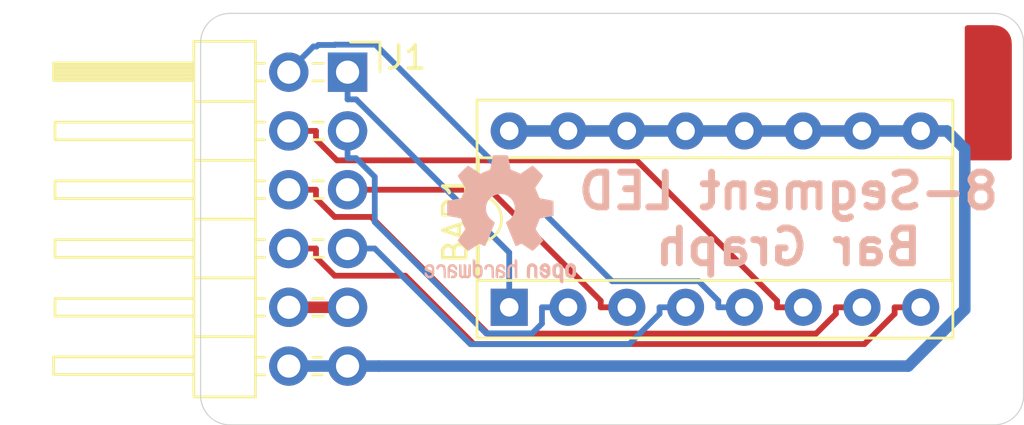
<source format=kicad_pcb>
(kicad_pcb (version 20190907) (host pcbnew "5.99.0-unknown-r17121-d4cea0f2")

  (general
    (thickness 1.6)
    (drawings 10)
    (tracks 75)
    (modules 3)
    (nets 11)
  )

  (page "A4")
  (title_block
    (title "8 Segment Bar Graph PMOD")
    (date "2019-12-07")
    (rev "A")
    (company "Mobilinkd LLC")
  )

  (layers
    (0 "F.Cu" signal)
    (31 "B.Cu" signal)
    (32 "B.Adhes" user)
    (33 "F.Adhes" user)
    (34 "B.Paste" user)
    (35 "F.Paste" user)
    (36 "B.SilkS" user)
    (37 "F.SilkS" user)
    (38 "B.Mask" user)
    (39 "F.Mask" user)
    (40 "Dwgs.User" user)
    (41 "Cmts.User" user)
    (42 "Eco1.User" user)
    (43 "Eco2.User" user)
    (44 "Edge.Cuts" user)
    (45 "Margin" user)
    (46 "B.CrtYd" user)
    (47 "F.CrtYd" user)
    (48 "B.Fab" user)
    (49 "F.Fab" user)
  )

  (setup
    (stackup
      (layer "F.SilkS" (type "Top Silk Screen"))
      (layer "F.Paste" (type "Top Solder Paste"))
      (layer "F.Mask" (type "Top Solder Mask") (color "Green") (thickness 0.01))
      (layer "F.Cu" (type "copper") (thickness 0.035))
      (layer "dielectric 1" (type "core") (thickness 1.51) (material "FR4") (epsilon_r 4.5) (loss_tangent 0.02))
      (layer "B.Cu" (type "copper") (thickness 0.035))
      (layer "B.Mask" (type "Bottom Solder Mask") (color "Green") (thickness 0.01))
      (layer "B.Paste" (type "Bottom Solder Paste"))
      (layer "B.SilkS" (type "Bottom Silk Screen"))
      (copper_finish "None")
      (dielectric_constraints no)
    )
    (last_trace_width 0.25)
    (trace_clearance 0.2)
    (zone_clearance 0.508)
    (zone_45_only no)
    (trace_min 0.2)
    (via_size 0.8)
    (via_drill 0.4)
    (via_min_size 0.4)
    (via_min_drill 0.3)
    (uvia_size 0.3)
    (uvia_drill 0.1)
    (uvias_allowed no)
    (uvia_min_size 0.2)
    (uvia_min_drill 0.1)
    (max_error 0.005)
    (defaults
      (edge_clearance 0.01)
      (edge_cuts_line_width 0.05)
      (courtyard_line_width 0.05)
      (copper_line_width 0.2)
      (copper_text_dims (size 1.5 1.5) (thickness 0.3))
      (silk_line_width 0.12)
      (silk_text_dims (size 1 1) (thickness 0.15))
      (other_layers_line_width 0.1)
      (other_layers_text_dims (size 1 1) (thickness 0.15))
    )
    (pad_size 1.524 1.524)
    (pad_drill 0.762)
    (pad_to_mask_clearance 0.051)
    (solder_mask_min_width 0.25)
    (aux_axis_origin 0 0)
    (visible_elements FFFFFF7F)
    (pcbplotparams
      (layerselection 0x010f0_ffffffff)
      (usegerberextensions false)
      (usegerberattributes false)
      (usegerberadvancedattributes false)
      (creategerberjobfile false)
      (excludeedgelayer true)
      (linewidth 0.100000)
      (plotframeref false)
      (viasonmask false)
      (mode 1)
      (useauxorigin false)
      (hpglpennumber 1)
      (hpglpenspeed 20)
      (hpglpendiameter 15.000000)
      (psnegative false)
      (psa4output false)
      (plotreference true)
      (plotvalue true)
      (plotinvisibletext false)
      (padsonsilk false)
      (subtractmaskfromsilk false)
      (outputformat 1)
      (mirror false)
      (drillshape 0)
      (scaleselection 1)
      (outputdirectory "Gerbers")
    )
  )

  (net 0 "")
  (net 1 "+3V3")
  (net 2 "Net-(BAR1-Pad8)")
  (net 3 "Net-(BAR1-Pad7)")
  (net 4 "Net-(BAR1-Pad6)")
  (net 5 "Net-(BAR1-Pad5)")
  (net 6 "Net-(BAR1-Pad4)")
  (net 7 "Net-(BAR1-Pad3)")
  (net 8 "Net-(BAR1-Pad2)")
  (net 9 "Net-(BAR1-Pad1)")
  (net 10 "GND")

  (net_class "Default" "This is the default net class."
    (clearance 0.2)
    (trace_width 0.25)
    (via_dia 0.8)
    (via_drill 0.4)
    (uvia_dia 0.3)
    (uvia_drill 0.1)
    (add_net "Net-(BAR1-Pad1)")
    (add_net "Net-(BAR1-Pad2)")
    (add_net "Net-(BAR1-Pad3)")
    (add_net "Net-(BAR1-Pad4)")
    (add_net "Net-(BAR1-Pad5)")
    (add_net "Net-(BAR1-Pad6)")
    (add_net "Net-(BAR1-Pad7)")
    (add_net "Net-(BAR1-Pad8)")
  )

  (net_class "POWER" ""
    (clearance 0.3)
    (trace_width 0.5)
    (via_dia 0.8)
    (via_drill 0.4)
    (uvia_dia 0.3)
    (uvia_drill 0.1)
    (add_net "+3V3")
    (add_net "GND")
  )

  (module "Symbol:OSHW-Logo2_7.3x6mm_SilkScreen" (layer "B.Cu") (tedit 0) (tstamp 5DECA3D7)
    (at 123.444 91.44 180)
    (descr "Open Source Hardware Symbol")
    (tags "Logo Symbol OSHW")
    (attr virtual)
    (fp_text reference "REF**" (at 0 0) (layer "B.SilkS") hide
      (effects (font (size 1 1) (thickness 0.15)) (justify mirror))
    )
    (fp_text value "OSHW-Logo2_7.3x6mm_SilkScreen" (at 0.75 0) (layer "B.Fab") hide
      (effects (font (size 1 1) (thickness 0.15)) (justify mirror))
    )
    (fp_poly (pts (xy -2.400256 -1.919918) (xy -2.344799 -1.947568) (xy -2.295852 -1.99848) (xy -2.282371 -2.017338)
      (xy -2.267686 -2.042015) (xy -2.258158 -2.068816) (xy -2.252707 -2.104587) (xy -2.250253 -2.156169)
      (xy -2.249714 -2.224267) (xy -2.252148 -2.317588) (xy -2.260606 -2.387657) (xy -2.276826 -2.439931)
      (xy -2.302546 -2.479869) (xy -2.339503 -2.512929) (xy -2.342218 -2.514886) (xy -2.37864 -2.534908)
      (xy -2.422498 -2.544815) (xy -2.478276 -2.547257) (xy -2.568952 -2.547257) (xy -2.56899 -2.635283)
      (xy -2.569834 -2.684308) (xy -2.574976 -2.713065) (xy -2.588413 -2.730311) (xy -2.614142 -2.744808)
      (xy -2.620321 -2.747769) (xy -2.649236 -2.761648) (xy -2.671624 -2.770414) (xy -2.688271 -2.771171)
      (xy -2.699964 -2.761023) (xy -2.70749 -2.737073) (xy -2.711634 -2.696426) (xy -2.713185 -2.636186)
      (xy -2.712929 -2.553455) (xy -2.711651 -2.445339) (xy -2.711252 -2.413) (xy -2.709815 -2.301524)
      (xy -2.708528 -2.228603) (xy -2.569029 -2.228603) (xy -2.568245 -2.290499) (xy -2.56476 -2.330997)
      (xy -2.556876 -2.357708) (xy -2.542895 -2.378244) (xy -2.533403 -2.38826) (xy -2.494596 -2.417567)
      (xy -2.460237 -2.419952) (xy -2.424784 -2.39575) (xy -2.423886 -2.394857) (xy -2.409461 -2.376153)
      (xy -2.400687 -2.350732) (xy -2.396261 -2.311584) (xy -2.394882 -2.251697) (xy -2.394857 -2.23843)
      (xy -2.398188 -2.155901) (xy -2.409031 -2.098691) (xy -2.42866 -2.063766) (xy -2.45835 -2.048094)
      (xy -2.475509 -2.046514) (xy -2.516234 -2.053926) (xy -2.544168 -2.07833) (xy -2.560983 -2.12298)
      (xy -2.56835 -2.19113) (xy -2.569029 -2.228603) (xy -2.708528 -2.228603) (xy -2.708292 -2.215245)
      (xy -2.706323 -2.150333) (xy -2.70355 -2.102958) (xy -2.699612 -2.06929) (xy -2.694151 -2.045498)
      (xy -2.686808 -2.027753) (xy -2.677223 -2.012224) (xy -2.673113 -2.006381) (xy -2.618595 -1.951185)
      (xy -2.549664 -1.91989) (xy -2.469928 -1.911165) (xy -2.400256 -1.919918)) (layer "B.SilkS") (width 0.01))
    (fp_poly (pts (xy -1.283907 -1.92778) (xy -1.237328 -1.954723) (xy -1.204943 -1.981466) (xy -1.181258 -2.009484)
      (xy -1.164941 -2.043748) (xy -1.154661 -2.089227) (xy -1.149086 -2.150892) (xy -1.146884 -2.233711)
      (xy -1.146629 -2.293246) (xy -1.146629 -2.512391) (xy -1.208314 -2.540044) (xy -1.27 -2.567697)
      (xy -1.277257 -2.32767) (xy -1.280256 -2.238028) (xy -1.283402 -2.172962) (xy -1.287299 -2.128026)
      (xy -1.292553 -2.09877) (xy -1.299769 -2.080748) (xy -1.30955 -2.069511) (xy -1.312688 -2.067079)
      (xy -1.360239 -2.048083) (xy -1.408303 -2.0556) (xy -1.436914 -2.075543) (xy -1.448553 -2.089675)
      (xy -1.456609 -2.10822) (xy -1.461729 -2.136334) (xy -1.464559 -2.179173) (xy -1.465744 -2.241895)
      (xy -1.465943 -2.307261) (xy -1.465982 -2.389268) (xy -1.467386 -2.447316) (xy -1.472086 -2.486465)
      (xy -1.482013 -2.51178) (xy -1.499097 -2.528323) (xy -1.525268 -2.541156) (xy -1.560225 -2.554491)
      (xy -1.598404 -2.569007) (xy -1.593859 -2.311389) (xy -1.592029 -2.218519) (xy -1.589888 -2.149889)
      (xy -1.586819 -2.100711) (xy -1.582206 -2.066198) (xy -1.575432 -2.041562) (xy -1.565881 -2.022016)
      (xy -1.554366 -2.00477) (xy -1.49881 -1.94968) (xy -1.43102 -1.917822) (xy -1.357287 -1.910191)
      (xy -1.283907 -1.92778)) (layer "B.SilkS") (width 0.01))
    (fp_poly (pts (xy -2.958885 -1.921962) (xy -2.890855 -1.957733) (xy -2.840649 -2.015301) (xy -2.822815 -2.052312)
      (xy -2.808937 -2.107882) (xy -2.801833 -2.178096) (xy -2.80116 -2.254727) (xy -2.806573 -2.329552)
      (xy -2.81773 -2.394342) (xy -2.834286 -2.440873) (xy -2.839374 -2.448887) (xy -2.899645 -2.508707)
      (xy -2.971231 -2.544535) (xy -3.048908 -2.55502) (xy -3.127452 -2.53881) (xy -3.149311 -2.529092)
      (xy -3.191878 -2.499143) (xy -3.229237 -2.459433) (xy -3.232768 -2.454397) (xy -3.247119 -2.430124)
      (xy -3.256606 -2.404178) (xy -3.26221 -2.370022) (xy -3.264914 -2.321119) (xy -3.265701 -2.250935)
      (xy -3.265714 -2.2352) (xy -3.265678 -2.230192) (xy -3.120571 -2.230192) (xy -3.119727 -2.29643)
      (xy -3.116404 -2.340386) (xy -3.109417 -2.368779) (xy -3.097584 -2.388325) (xy -3.091543 -2.394857)
      (xy -3.056814 -2.41968) (xy -3.023097 -2.418548) (xy -2.989005 -2.397016) (xy -2.968671 -2.374029)
      (xy -2.956629 -2.340478) (xy -2.949866 -2.287569) (xy -2.949402 -2.281399) (xy -2.948248 -2.185513)
      (xy -2.960312 -2.114299) (xy -2.98543 -2.068194) (xy -3.02344 -2.047635) (xy -3.037008 -2.046514)
      (xy -3.072636 -2.052152) (xy -3.097006 -2.071686) (xy -3.111907 -2.109042) (xy -3.119125 -2.16815)
      (xy -3.120571 -2.230192) (xy -3.265678 -2.230192) (xy -3.265174 -2.160413) (xy -3.262904 -2.108159)
      (xy -3.257932 -2.071949) (xy -3.249287 -2.045299) (xy -3.235995 -2.021722) (xy -3.233057 -2.017338)
      (xy -3.183687 -1.958249) (xy -3.129891 -1.923947) (xy -3.064398 -1.910331) (xy -3.042158 -1.909665)
      (xy -2.958885 -1.921962)) (layer "B.SilkS") (width 0.01))
    (fp_poly (pts (xy -1.831697 -1.931239) (xy -1.774473 -1.969735) (xy -1.730251 -2.025335) (xy -1.703833 -2.096086)
      (xy -1.69849 -2.148162) (xy -1.699097 -2.169893) (xy -1.704178 -2.186531) (xy -1.718145 -2.201437)
      (xy -1.745411 -2.217973) (xy -1.790388 -2.239498) (xy -1.857489 -2.269374) (xy -1.857829 -2.269524)
      (xy -1.919593 -2.297813) (xy -1.970241 -2.322933) (xy -2.004596 -2.342179) (xy -2.017482 -2.352848)
      (xy -2.017486 -2.352934) (xy -2.006128 -2.376166) (xy -1.979569 -2.401774) (xy -1.949077 -2.420221)
      (xy -1.93363 -2.423886) (xy -1.891485 -2.411212) (xy -1.855192 -2.379471) (xy -1.837483 -2.344572)
      (xy -1.820448 -2.318845) (xy -1.787078 -2.289546) (xy -1.747851 -2.264235) (xy -1.713244 -2.250471)
      (xy -1.706007 -2.249714) (xy -1.697861 -2.26216) (xy -1.69737 -2.293972) (xy -1.703357 -2.336866)
      (xy -1.714643 -2.382558) (xy -1.73005 -2.422761) (xy -1.730829 -2.424322) (xy -1.777196 -2.489062)
      (xy -1.837289 -2.533097) (xy -1.905535 -2.554711) (xy -1.976362 -2.552185) (xy -2.044196 -2.523804)
      (xy -2.047212 -2.521808) (xy -2.100573 -2.473448) (xy -2.13566 -2.410352) (xy -2.155078 -2.327387)
      (xy -2.157684 -2.304078) (xy -2.162299 -2.194055) (xy -2.156767 -2.142748) (xy -2.017486 -2.142748)
      (xy -2.015676 -2.174753) (xy -2.005778 -2.184093) (xy -1.981102 -2.177105) (xy -1.942205 -2.160587)
      (xy -1.898725 -2.139881) (xy -1.897644 -2.139333) (xy -1.860791 -2.119949) (xy -1.846 -2.107013)
      (xy -1.849647 -2.093451) (xy -1.865005 -2.075632) (xy -1.904077 -2.049845) (xy -1.946154 -2.04795)
      (xy -1.983897 -2.066717) (xy -2.009966 -2.102915) (xy -2.017486 -2.142748) (xy -2.156767 -2.142748)
      (xy -2.152806 -2.106027) (xy -2.12845 -2.036212) (xy -2.094544 -1.987302) (xy -2.033347 -1.937878)
      (xy -1.965937 -1.913359) (xy -1.89712 -1.911797) (xy -1.831697 -1.931239)) (layer "B.SilkS") (width 0.01))
    (fp_poly (pts (xy -0.624114 -1.851289) (xy -0.619861 -1.910613) (xy -0.614975 -1.945572) (xy -0.608205 -1.96082)
      (xy -0.598298 -1.961015) (xy -0.595086 -1.959195) (xy -0.552356 -1.946015) (xy -0.496773 -1.946785)
      (xy -0.440263 -1.960333) (xy -0.404918 -1.977861) (xy -0.368679 -2.005861) (xy -0.342187 -2.037549)
      (xy -0.324001 -2.077813) (xy -0.312678 -2.131543) (xy -0.306778 -2.203626) (xy -0.304857 -2.298951)
      (xy -0.304823 -2.317237) (xy -0.3048 -2.522646) (xy -0.350509 -2.53858) (xy -0.382973 -2.54942)
      (xy -0.400785 -2.554468) (xy -0.401309 -2.554514) (xy -0.403063 -2.540828) (xy -0.404556 -2.503076)
      (xy -0.405674 -2.446224) (xy -0.406303 -2.375234) (xy -0.4064 -2.332073) (xy -0.406602 -2.246973)
      (xy -0.407642 -2.185981) (xy -0.410169 -2.144177) (xy -0.414836 -2.116642) (xy -0.422293 -2.098456)
      (xy -0.433189 -2.084698) (xy -0.439993 -2.078073) (xy -0.486728 -2.051375) (xy -0.537728 -2.049375)
      (xy -0.583999 -2.071955) (xy -0.592556 -2.080107) (xy -0.605107 -2.095436) (xy -0.613812 -2.113618)
      (xy -0.619369 -2.139909) (xy -0.622474 -2.179562) (xy -0.623824 -2.237832) (xy -0.624114 -2.318173)
      (xy -0.624114 -2.522646) (xy -0.669823 -2.53858) (xy -0.702287 -2.54942) (xy -0.720099 -2.554468)
      (xy -0.720623 -2.554514) (xy -0.721963 -2.540623) (xy -0.723172 -2.501439) (xy -0.724199 -2.4407)
      (xy -0.724998 -2.362141) (xy -0.725519 -2.269498) (xy -0.725714 -2.166509) (xy -0.725714 -1.769342)
      (xy -0.678543 -1.749444) (xy -0.631371 -1.729547) (xy -0.624114 -1.851289)) (layer "B.SilkS") (width 0.01))
    (fp_poly (pts (xy 0.039744 -1.950968) (xy 0.096616 -1.972087) (xy 0.097267 -1.972493) (xy 0.13244 -1.99838)
      (xy 0.158407 -2.028633) (xy 0.17667 -2.068058) (xy 0.188732 -2.121462) (xy 0.196096 -2.193651)
      (xy 0.200264 -2.289432) (xy 0.200629 -2.303078) (xy 0.205876 -2.508842) (xy 0.161716 -2.531678)
      (xy 0.129763 -2.54711) (xy 0.11047 -2.554423) (xy 0.109578 -2.554514) (xy 0.106239 -2.541022)
      (xy 0.103587 -2.504626) (xy 0.101956 -2.451452) (xy 0.1016 -2.408393) (xy 0.101592 -2.338641)
      (xy 0.098403 -2.294837) (xy 0.087288 -2.273944) (xy 0.063501 -2.272925) (xy 0.022296 -2.288741)
      (xy -0.039914 -2.317815) (xy -0.085659 -2.341963) (xy -0.109187 -2.362913) (xy -0.116104 -2.385747)
      (xy -0.116114 -2.386877) (xy -0.104701 -2.426212) (xy -0.070908 -2.447462) (xy -0.019191 -2.450539)
      (xy 0.018061 -2.450006) (xy 0.037703 -2.460735) (xy 0.049952 -2.486505) (xy 0.057002 -2.519337)
      (xy 0.046842 -2.537966) (xy 0.043017 -2.540632) (xy 0.007001 -2.55134) (xy -0.043434 -2.552856)
      (xy -0.095374 -2.545759) (xy -0.132178 -2.532788) (xy -0.183062 -2.489585) (xy -0.211986 -2.429446)
      (xy -0.217714 -2.382462) (xy -0.213343 -2.340082) (xy -0.197525 -2.305488) (xy -0.166203 -2.274763)
      (xy -0.115322 -2.24399) (xy -0.040824 -2.209252) (xy -0.036286 -2.207288) (xy 0.030821 -2.176287)
      (xy 0.072232 -2.150862) (xy 0.089981 -2.128014) (xy 0.086107 -2.104745) (xy 0.062643 -2.078056)
      (xy 0.055627 -2.071914) (xy 0.00863 -2.0481) (xy -0.040067 -2.049103) (xy -0.082478 -2.072451)
      (xy -0.110616 -2.115675) (xy -0.113231 -2.12416) (xy -0.138692 -2.165308) (xy -0.170999 -2.185128)
      (xy -0.217714 -2.20477) (xy -0.217714 -2.15395) (xy -0.203504 -2.080082) (xy -0.161325 -2.012327)
      (xy -0.139376 -1.989661) (xy -0.089483 -1.960569) (xy -0.026033 -1.9474) (xy 0.039744 -1.950968)) (layer "B.SilkS") (width 0.01))
    (fp_poly (pts (xy 0.529926 -1.949755) (xy 0.595858 -1.974084) (xy 0.649273 -2.017117) (xy 0.670164 -2.047409)
      (xy 0.692939 -2.102994) (xy 0.692466 -2.143186) (xy 0.668562 -2.170217) (xy 0.659717 -2.174813)
      (xy 0.62153 -2.189144) (xy 0.602028 -2.185472) (xy 0.595422 -2.161407) (xy 0.595086 -2.148114)
      (xy 0.582992 -2.09921) (xy 0.551471 -2.064999) (xy 0.507659 -2.048476) (xy 0.458695 -2.052634)
      (xy 0.418894 -2.074227) (xy 0.40545 -2.086544) (xy 0.395921 -2.101487) (xy 0.389485 -2.124075)
      (xy 0.385317 -2.159328) (xy 0.382597 -2.212266) (xy 0.380502 -2.287907) (xy 0.37996 -2.311857)
      (xy 0.377981 -2.39379) (xy 0.375731 -2.451455) (xy 0.372357 -2.489608) (xy 0.367006 -2.513004)
      (xy 0.358824 -2.526398) (xy 0.346959 -2.534545) (xy 0.339362 -2.538144) (xy 0.307102 -2.550452)
      (xy 0.288111 -2.554514) (xy 0.281836 -2.540948) (xy 0.278006 -2.499934) (xy 0.2766 -2.430999)
      (xy 0.277598 -2.333669) (xy 0.277908 -2.318657) (xy 0.280101 -2.229859) (xy 0.282693 -2.165019)
      (xy 0.286382 -2.119067) (xy 0.291864 -2.086935) (xy 0.299835 -2.063553) (xy 0.310993 -2.043852)
      (xy 0.31683 -2.03541) (xy 0.350296 -1.998057) (xy 0.387727 -1.969003) (xy 0.392309 -1.966467)
      (xy 0.459426 -1.946443) (xy 0.529926 -1.949755)) (layer "B.SilkS") (width 0.01))
    (fp_poly (pts (xy 1.190117 -2.065358) (xy 1.189933 -2.173837) (xy 1.189219 -2.257287) (xy 1.187675 -2.319704)
      (xy 1.185001 -2.365085) (xy 1.180894 -2.397429) (xy 1.175055 -2.420733) (xy 1.167182 -2.438995)
      (xy 1.161221 -2.449418) (xy 1.111855 -2.505945) (xy 1.049264 -2.541377) (xy 0.980013 -2.55409)
      (xy 0.910668 -2.542463) (xy 0.869375 -2.521568) (xy 0.826025 -2.485422) (xy 0.796481 -2.441276)
      (xy 0.778655 -2.383462) (xy 0.770463 -2.306313) (xy 0.769302 -2.249714) (xy 0.769458 -2.245647)
      (xy 0.870857 -2.245647) (xy 0.871476 -2.31055) (xy 0.874314 -2.353514) (xy 0.88084 -2.381622)
      (xy 0.892523 -2.401953) (xy 0.906483 -2.417288) (xy 0.953365 -2.44689) (xy 1.003701 -2.449419)
      (xy 1.051276 -2.424705) (xy 1.054979 -2.421356) (xy 1.070783 -2.403935) (xy 1.080693 -2.383209)
      (xy 1.086058 -2.352362) (xy 1.088228 -2.304577) (xy 1.088571 -2.251748) (xy 1.087827 -2.185381)
      (xy 1.084748 -2.141106) (xy 1.078061 -2.112009) (xy 1.066496 -2.091173) (xy 1.057013 -2.080107)
      (xy 1.01296 -2.052198) (xy 0.962224 -2.048843) (xy 0.913796 -2.070159) (xy 0.90445 -2.078073)
      (xy 0.88854 -2.095647) (xy 0.87861 -2.116587) (xy 0.873278 -2.147782) (xy 0.871163 -2.196122)
      (xy 0.870857 -2.245647) (xy 0.769458 -2.245647) (xy 0.77281 -2.158568) (xy 0.784726 -2.090086)
      (xy 0.807135 -2.0386) (xy 0.842124 -1.998443) (xy 0.869375 -1.977861) (xy 0.918907 -1.955625)
      (xy 0.976316 -1.945304) (xy 1.029682 -1.948067) (xy 1.059543 -1.959212) (xy 1.071261 -1.962383)
      (xy 1.079037 -1.950557) (xy 1.084465 -1.918866) (xy 1.088571 -1.870593) (xy 1.093067 -1.816829)
      (xy 1.099313 -1.784482) (xy 1.110676 -1.765985) (xy 1.130528 -1.75377) (xy 1.143 -1.748362)
      (xy 1.190171 -1.728601) (xy 1.190117 -2.065358)) (layer "B.SilkS") (width 0.01))
    (fp_poly (pts (xy 1.779833 -1.958663) (xy 1.782048 -1.99685) (xy 1.783784 -2.054886) (xy 1.784899 -2.12818)
      (xy 1.785257 -2.205055) (xy 1.785257 -2.465196) (xy 1.739326 -2.511127) (xy 1.707675 -2.539429)
      (xy 1.67989 -2.550893) (xy 1.641915 -2.550168) (xy 1.62684 -2.548321) (xy 1.579726 -2.542948)
      (xy 1.540756 -2.539869) (xy 1.531257 -2.539585) (xy 1.499233 -2.541445) (xy 1.453432 -2.546114)
      (xy 1.435674 -2.548321) (xy 1.392057 -2.551735) (xy 1.362745 -2.54432) (xy 1.33368 -2.521427)
      (xy 1.323188 -2.511127) (xy 1.277257 -2.465196) (xy 1.277257 -1.978602) (xy 1.314226 -1.961758)
      (xy 1.346059 -1.949282) (xy 1.364683 -1.944914) (xy 1.369458 -1.958718) (xy 1.373921 -1.997286)
      (xy 1.377775 -2.056356) (xy 1.380722 -2.131663) (xy 1.382143 -2.195286) (xy 1.386114 -2.445657)
      (xy 1.420759 -2.450556) (xy 1.452268 -2.447131) (xy 1.467708 -2.436041) (xy 1.472023 -2.415308)
      (xy 1.475708 -2.371145) (xy 1.478469 -2.309146) (xy 1.480012 -2.234909) (xy 1.480235 -2.196706)
      (xy 1.480457 -1.976783) (xy 1.526166 -1.960849) (xy 1.558518 -1.950015) (xy 1.576115 -1.944962)
      (xy 1.576623 -1.944914) (xy 1.578388 -1.958648) (xy 1.580329 -1.99673) (xy 1.582282 -2.054482)
      (xy 1.584084 -2.127227) (xy 1.585343 -2.195286) (xy 1.589314 -2.445657) (xy 1.6764 -2.445657)
      (xy 1.680396 -2.21724) (xy 1.684392 -1.988822) (xy 1.726847 -1.966868) (xy 1.758192 -1.951793)
      (xy 1.776744 -1.944951) (xy 1.777279 -1.944914) (xy 1.779833 -1.958663)) (layer "B.SilkS") (width 0.01))
    (fp_poly (pts (xy 2.144876 -1.956335) (xy 2.186667 -1.975344) (xy 2.219469 -1.998378) (xy 2.243503 -2.024133)
      (xy 2.260097 -2.057358) (xy 2.270577 -2.1028) (xy 2.276271 -2.165207) (xy 2.278507 -2.249327)
      (xy 2.278743 -2.304721) (xy 2.278743 -2.520826) (xy 2.241774 -2.53767) (xy 2.212656 -2.549981)
      (xy 2.198231 -2.554514) (xy 2.195472 -2.541025) (xy 2.193282 -2.504653) (xy 2.191942 -2.451542)
      (xy 2.191657 -2.409372) (xy 2.190434 -2.348447) (xy 2.187136 -2.300115) (xy 2.182321 -2.270518)
      (xy 2.178496 -2.264229) (xy 2.152783 -2.270652) (xy 2.112418 -2.287125) (xy 2.065679 -2.309458)
      (xy 2.020845 -2.333457) (xy 1.986193 -2.35493) (xy 1.970002 -2.369685) (xy 1.969938 -2.369845)
      (xy 1.97133 -2.397152) (xy 1.983818 -2.423219) (xy 2.005743 -2.444392) (xy 2.037743 -2.451474)
      (xy 2.065092 -2.450649) (xy 2.103826 -2.450042) (xy 2.124158 -2.459116) (xy 2.136369 -2.483092)
      (xy 2.137909 -2.487613) (xy 2.143203 -2.521806) (xy 2.129047 -2.542568) (xy 2.092148 -2.552462)
      (xy 2.052289 -2.554292) (xy 1.980562 -2.540727) (xy 1.943432 -2.521355) (xy 1.897576 -2.475845)
      (xy 1.873256 -2.419983) (xy 1.871073 -2.360957) (xy 1.891629 -2.305953) (xy 1.922549 -2.271486)
      (xy 1.95342 -2.252189) (xy 2.001942 -2.227759) (xy 2.058485 -2.202985) (xy 2.06791 -2.199199)
      (xy 2.130019 -2.171791) (xy 2.165822 -2.147634) (xy 2.177337 -2.123619) (xy 2.16658 -2.096635)
      (xy 2.148114 -2.075543) (xy 2.104469 -2.049572) (xy 2.056446 -2.047624) (xy 2.012406 -2.067637)
      (xy 1.980709 -2.107551) (xy 1.976549 -2.117848) (xy 1.952327 -2.155724) (xy 1.916965 -2.183842)
      (xy 1.872343 -2.206917) (xy 1.872343 -2.141485) (xy 1.874969 -2.101506) (xy 1.88623 -2.069997)
      (xy 1.911199 -2.036378) (xy 1.935169 -2.010484) (xy 1.972441 -1.973817) (xy 2.001401 -1.954121)
      (xy 2.032505 -1.94622) (xy 2.067713 -1.944914) (xy 2.144876 -1.956335)) (layer "B.SilkS") (width 0.01))
    (fp_poly (pts (xy 2.6526 -1.958752) (xy 2.669948 -1.966334) (xy 2.711356 -1.999128) (xy 2.746765 -2.046547)
      (xy 2.768664 -2.097151) (xy 2.772229 -2.122098) (xy 2.760279 -2.156927) (xy 2.734067 -2.175357)
      (xy 2.705964 -2.186516) (xy 2.693095 -2.188572) (xy 2.686829 -2.173649) (xy 2.674456 -2.141175)
      (xy 2.669028 -2.126502) (xy 2.63859 -2.075744) (xy 2.59452 -2.050427) (xy 2.53801 -2.051206)
      (xy 2.533825 -2.052203) (xy 2.503655 -2.066507) (xy 2.481476 -2.094393) (xy 2.466327 -2.139287)
      (xy 2.45725 -2.204615) (xy 2.453286 -2.293804) (xy 2.452914 -2.341261) (xy 2.45273 -2.416071)
      (xy 2.451522 -2.467069) (xy 2.448309 -2.499471) (xy 2.442109 -2.518495) (xy 2.43194 -2.529356)
      (xy 2.416819 -2.537272) (xy 2.415946 -2.53767) (xy 2.386828 -2.549981) (xy 2.372403 -2.554514)
      (xy 2.370186 -2.540809) (xy 2.368289 -2.502925) (xy 2.366847 -2.445715) (xy 2.365998 -2.374027)
      (xy 2.365829 -2.321565) (xy 2.366692 -2.220047) (xy 2.37007 -2.143032) (xy 2.377142 -2.086023)
      (xy 2.389088 -2.044526) (xy 2.40709 -2.014043) (xy 2.432327 -1.99008) (xy 2.457247 -1.973355)
      (xy 2.517171 -1.951097) (xy 2.586911 -1.946076) (xy 2.6526 -1.958752)) (layer "B.SilkS") (width 0.01))
    (fp_poly (pts (xy 3.153595 -1.966966) (xy 3.211021 -2.004497) (xy 3.238719 -2.038096) (xy 3.260662 -2.099064)
      (xy 3.262405 -2.147308) (xy 3.258457 -2.211816) (xy 3.109686 -2.276934) (xy 3.037349 -2.310202)
      (xy 2.990084 -2.336964) (xy 2.965507 -2.360144) (xy 2.961237 -2.382667) (xy 2.974889 -2.407455)
      (xy 2.989943 -2.423886) (xy 3.033746 -2.450235) (xy 3.081389 -2.452081) (xy 3.125145 -2.431546)
      (xy 3.157289 -2.390752) (xy 3.163038 -2.376347) (xy 3.190576 -2.331356) (xy 3.222258 -2.312182)
      (xy 3.265714 -2.295779) (xy 3.265714 -2.357966) (xy 3.261872 -2.400283) (xy 3.246823 -2.435969)
      (xy 3.21528 -2.476943) (xy 3.210592 -2.482267) (xy 3.175506 -2.51872) (xy 3.145347 -2.538283)
      (xy 3.107615 -2.547283) (xy 3.076335 -2.55023) (xy 3.020385 -2.550965) (xy 2.980555 -2.54166)
      (xy 2.955708 -2.527846) (xy 2.916656 -2.497467) (xy 2.889625 -2.464613) (xy 2.872517 -2.423294)
      (xy 2.863238 -2.367521) (xy 2.859693 -2.291305) (xy 2.85941 -2.252622) (xy 2.860372 -2.206247)
      (xy 2.948007 -2.206247) (xy 2.949023 -2.231126) (xy 2.951556 -2.2352) (xy 2.968274 -2.229665)
      (xy 3.004249 -2.215017) (xy 3.052331 -2.19419) (xy 3.062386 -2.189714) (xy 3.123152 -2.158814)
      (xy 3.156632 -2.131657) (xy 3.16399 -2.10622) (xy 3.146391 -2.080481) (xy 3.131856 -2.069109)
      (xy 3.07941 -2.046364) (xy 3.030322 -2.050122) (xy 2.989227 -2.077884) (xy 2.960758 -2.127152)
      (xy 2.951631 -2.166257) (xy 2.948007 -2.206247) (xy 2.860372 -2.206247) (xy 2.861285 -2.162249)
      (xy 2.868196 -2.095384) (xy 2.881884 -2.046695) (xy 2.904096 -2.010849) (xy 2.936574 -1.982513)
      (xy 2.950733 -1.973355) (xy 3.015053 -1.949507) (xy 3.085473 -1.948006) (xy 3.153595 -1.966966)) (layer "B.SilkS") (width 0.01))
    (fp_poly (pts (xy 0.10391 2.757652) (xy 0.182454 2.757222) (xy 0.239298 2.756058) (xy 0.278105 2.753793)
      (xy 0.302538 2.75006) (xy 0.316262 2.744494) (xy 0.32294 2.736727) (xy 0.326236 2.726395)
      (xy 0.326556 2.725057) (xy 0.331562 2.700921) (xy 0.340829 2.653299) (xy 0.353392 2.587259)
      (xy 0.368287 2.507872) (xy 0.384551 2.420204) (xy 0.385119 2.417125) (xy 0.40141 2.331211)
      (xy 0.416652 2.255304) (xy 0.429861 2.193955) (xy 0.440054 2.151718) (xy 0.446248 2.133145)
      (xy 0.446543 2.132816) (xy 0.464788 2.123747) (xy 0.502405 2.108633) (xy 0.551271 2.090738)
      (xy 0.551543 2.090642) (xy 0.613093 2.067507) (xy 0.685657 2.038035) (xy 0.754057 2.008403)
      (xy 0.757294 2.006938) (xy 0.868702 1.956374) (xy 1.115399 2.12484) (xy 1.191077 2.176197)
      (xy 1.259631 2.222111) (xy 1.317088 2.25997) (xy 1.359476 2.287163) (xy 1.382825 2.301079)
      (xy 1.385042 2.302111) (xy 1.40201 2.297516) (xy 1.433701 2.275345) (xy 1.481352 2.234553)
      (xy 1.546198 2.174095) (xy 1.612397 2.109773) (xy 1.676214 2.046388) (xy 1.733329 1.988549)
      (xy 1.780305 1.939825) (xy 1.813703 1.90379) (xy 1.830085 1.884016) (xy 1.830694 1.882998)
      (xy 1.832505 1.869428) (xy 1.825683 1.847267) (xy 1.80854 1.813522) (xy 1.779393 1.7652)
      (xy 1.736555 1.699308) (xy 1.679448 1.614483) (xy 1.628766 1.539823) (xy 1.583461 1.47286)
      (xy 1.54615 1.417484) (xy 1.519452 1.37758) (xy 1.505985 1.357038) (xy 1.505137 1.355644)
      (xy 1.506781 1.335962) (xy 1.519245 1.297707) (xy 1.540048 1.248111) (xy 1.547462 1.232272)
      (xy 1.579814 1.16171) (xy 1.614328 1.081647) (xy 1.642365 1.012371) (xy 1.662568 0.960955)
      (xy 1.678615 0.921881) (xy 1.687888 0.901459) (xy 1.689041 0.899886) (xy 1.706096 0.897279)
      (xy 1.746298 0.890137) (xy 1.804302 0.879477) (xy 1.874763 0.866315) (xy 1.952335 0.851667)
      (xy 2.031672 0.836551) (xy 2.107431 0.821982) (xy 2.174264 0.808978) (xy 2.226828 0.798555)
      (xy 2.259776 0.79173) (xy 2.267857 0.789801) (xy 2.276205 0.785038) (xy 2.282506 0.774282)
      (xy 2.287045 0.753902) (xy 2.290104 0.720266) (xy 2.291967 0.669745) (xy 2.292918 0.598708)
      (xy 2.29324 0.503524) (xy 2.293257 0.464508) (xy 2.293257 0.147201) (xy 2.217057 0.132161)
      (xy 2.174663 0.124005) (xy 2.1114 0.112101) (xy 2.034962 0.097884) (xy 1.953043 0.08279)
      (xy 1.9304 0.078645) (xy 1.854806 0.063947) (xy 1.788953 0.049495) (xy 1.738366 0.036625)
      (xy 1.708574 0.026678) (xy 1.703612 0.023713) (xy 1.691426 0.002717) (xy 1.673953 -0.037967)
      (xy 1.654577 -0.090322) (xy 1.650734 -0.1016) (xy 1.625339 -0.171523) (xy 1.593817 -0.250418)
      (xy 1.562969 -0.321266) (xy 1.562817 -0.321595) (xy 1.511447 -0.432733) (xy 1.680399 -0.681253)
      (xy 1.849352 -0.929772) (xy 1.632429 -1.147058) (xy 1.566819 -1.211726) (xy 1.506979 -1.268733)
      (xy 1.456267 -1.315033) (xy 1.418046 -1.347584) (xy 1.395675 -1.363343) (xy 1.392466 -1.364343)
      (xy 1.373626 -1.356469) (xy 1.33518 -1.334578) (xy 1.28133 -1.301267) (xy 1.216276 -1.259131)
      (xy 1.14594 -1.211943) (xy 1.074555 -1.16381) (xy 1.010908 -1.121928) (xy 0.959041 -1.088871)
      (xy 0.922995 -1.067218) (xy 0.906867 -1.059543) (xy 0.887189 -1.066037) (xy 0.849875 -1.08315)
      (xy 0.802621 -1.107326) (xy 0.797612 -1.110013) (xy 0.733977 -1.141927) (xy 0.690341 -1.157579)
      (xy 0.663202 -1.157745) (xy 0.649057 -1.143204) (xy 0.648975 -1.143) (xy 0.641905 -1.125779)
      (xy 0.625042 -1.084899) (xy 0.599695 -1.023525) (xy 0.567171 -0.944819) (xy 0.528778 -0.851947)
      (xy 0.485822 -0.748072) (xy 0.444222 -0.647502) (xy 0.398504 -0.536516) (xy 0.356526 -0.433703)
      (xy 0.319548 -0.342215) (xy 0.288827 -0.265201) (xy 0.265622 -0.205815) (xy 0.25119 -0.167209)
      (xy 0.246743 -0.1528) (xy 0.257896 -0.136272) (xy 0.287069 -0.10993) (xy 0.325971 -0.080887)
      (xy 0.436757 0.010961) (xy 0.523351 0.116241) (xy 0.584716 0.232734) (xy 0.619815 0.358224)
      (xy 0.627608 0.490493) (xy 0.621943 0.551543) (xy 0.591078 0.678205) (xy 0.53792 0.790059)
      (xy 0.465767 0.885999) (xy 0.377917 0.964924) (xy 0.277665 1.02573) (xy 0.16831 1.067313)
      (xy 0.053147 1.088572) (xy -0.064525 1.088401) (xy -0.18141 1.065699) (xy -0.294211 1.019362)
      (xy -0.399631 0.948287) (xy -0.443632 0.908089) (xy -0.528021 0.804871) (xy -0.586778 0.692075)
      (xy -0.620296 0.57299) (xy -0.628965 0.450905) (xy -0.613177 0.329107) (xy -0.573322 0.210884)
      (xy -0.509793 0.099525) (xy -0.422979 -0.001684) (xy -0.325971 -0.080887) (xy -0.285563 -0.111162)
      (xy -0.257018 -0.137219) (xy -0.246743 -0.152825) (xy -0.252123 -0.169843) (xy -0.267425 -0.2105)
      (xy -0.291388 -0.271642) (xy -0.322756 -0.350119) (xy -0.360268 -0.44278) (xy -0.402667 -0.546472)
      (xy -0.444337 -0.647526) (xy -0.49031 -0.758607) (xy -0.532893 -0.861541) (xy -0.570779 -0.953165)
      (xy -0.60266 -1.030316) (xy -0.627229 -1.089831) (xy -0.64318 -1.128544) (xy -0.64909 -1.143)
      (xy -0.663052 -1.157685) (xy -0.69006 -1.157642) (xy -0.733587 -1.142099) (xy -0.79711 -1.110284)
      (xy -0.797612 -1.110013) (xy -0.84544 -1.085323) (xy -0.884103 -1.067338) (xy -0.905905 -1.059614)
      (xy -0.906867 -1.059543) (xy -0.923279 -1.067378) (xy -0.959513 -1.089165) (xy -1.011526 -1.122328)
      (xy -1.075275 -1.164291) (xy -1.14594 -1.211943) (xy -1.217884 -1.260191) (xy -1.282726 -1.302151)
      (xy -1.336265 -1.335227) (xy -1.374303 -1.356821) (xy -1.392467 -1.364343) (xy -1.409192 -1.354457)
      (xy -1.44282 -1.326826) (xy -1.48999 -1.284495) (xy -1.547342 -1.230505) (xy -1.611516 -1.167899)
      (xy -1.632503 -1.146983) (xy -1.849501 -0.929623) (xy -1.684332 -0.68722) (xy -1.634136 -0.612781)
      (xy -1.590081 -0.545972) (xy -1.554638 -0.490665) (xy -1.530281 -0.450729) (xy -1.519478 -0.430036)
      (xy -1.519162 -0.428563) (xy -1.524857 -0.409058) (xy -1.540174 -0.369822) (xy -1.562463 -0.31743)
      (xy -1.578107 -0.282355) (xy -1.607359 -0.215201) (xy -1.634906 -0.147358) (xy -1.656263 -0.090034)
      (xy -1.662065 -0.072572) (xy -1.678548 -0.025938) (xy -1.69466 0.010095) (xy -1.70351 0.023713)
      (xy -1.72304 0.032048) (xy -1.765666 0.043863) (xy -1.825855 0.057819) (xy -1.898078 0.072578)
      (xy -1.9304 0.078645) (xy -2.012478 0.093727) (xy -2.091205 0.108331) (xy -2.158891 0.12102)
      (xy -2.20784 0.130358) (xy -2.217057 0.132161) (xy -2.293257 0.147201) (xy -2.293257 0.464508)
      (xy -2.293086 0.568846) (xy -2.292384 0.647787) (xy -2.290866 0.704962) (xy -2.288251 0.744001)
      (xy -2.284254 0.768535) (xy -2.278591 0.782195) (xy -2.27098 0.788611) (xy -2.267857 0.789801)
      (xy -2.249022 0.79402) (xy -2.207412 0.802438) (xy -2.14837 0.814039) (xy -2.077243 0.827805)
      (xy -1.999375 0.84272) (xy -1.920113 0.857768) (xy -1.844802 0.871931) (xy -1.778787 0.884194)
      (xy -1.727413 0.893539) (xy -1.696025 0.89895) (xy -1.689041 0.899886) (xy -1.682715 0.912404)
      (xy -1.66871 0.945754) (xy -1.649645 0.993623) (xy -1.642366 1.012371) (xy -1.613004 1.084805)
      (xy -1.578429 1.16483) (xy -1.547463 1.232272) (xy -1.524677 1.283841) (xy -1.509518 1.326215)
      (xy -1.504458 1.352166) (xy -1.505264 1.355644) (xy -1.515959 1.372064) (xy -1.54038 1.408583)
      (xy -1.575905 1.461313) (xy -1.619913 1.526365) (xy -1.669783 1.599849) (xy -1.679644 1.614355)
      (xy -1.737508 1.700296) (xy -1.780044 1.765739) (xy -1.808946 1.813696) (xy -1.82591 1.84718)
      (xy -1.832633 1.869205) (xy -1.83081 1.882783) (xy -1.830764 1.882869) (xy -1.816414 1.900703)
      (xy -1.784677 1.935183) (xy -1.73899 1.982732) (xy -1.682796 2.039778) (xy -1.619532 2.102745)
      (xy -1.612398 2.109773) (xy -1.53267 2.18698) (xy -1.471143 2.24367) (xy -1.426579 2.28089)
      (xy -1.397743 2.299685) (xy -1.385042 2.302111) (xy -1.366506 2.291529) (xy -1.328039 2.267084)
      (xy -1.273614 2.231388) (xy -1.207202 2.187053) (xy -1.132775 2.136689) (xy -1.115399 2.12484)
      (xy -0.868703 1.956374) (xy -0.757294 2.006938) (xy -0.689543 2.036405) (xy -0.616817 2.066041)
      (xy -0.554297 2.08967) (xy -0.551543 2.090642) (xy -0.50264 2.108543) (xy -0.464943 2.12368)
      (xy -0.446575 2.13279) (xy -0.446544 2.132816) (xy -0.440715 2.149283) (xy -0.430808 2.189781)
      (xy -0.417805 2.249758) (xy -0.402691 2.32466) (xy -0.386448 2.409936) (xy -0.385119 2.417125)
      (xy -0.368825 2.504986) (xy -0.353867 2.58474) (xy -0.341209 2.651319) (xy -0.331814 2.699653)
      (xy -0.326646 2.724675) (xy -0.326556 2.725057) (xy -0.323411 2.735701) (xy -0.317296 2.743738)
      (xy -0.304547 2.749533) (xy -0.2815 2.753453) (xy -0.244491 2.755865) (xy -0.189856 2.757135)
      (xy -0.113933 2.757629) (xy -0.013056 2.757714) (xy 0 2.757714) (xy 0.10391 2.757652)) (layer "B.SilkS") (width 0.01))
  )

  (module "Connector_PinHeader_2.54mm:PinHeader_2x06_P2.54mm_Horizontal" (layer "F.Cu") (tedit 5DEC2F81) (tstamp 5DEC328B)
    (at 116.84 97.79 180)
    (descr "Through hole angled pin header, 2x06, 2.54mm pitch, 6mm pin length, double rows")
    (tags "Through hole angled pin header THT 2x06 2.54mm double row")
    (path "/5DECC8C8")
    (fp_text reference "J1" (at -2.54 13.335) (layer "F.SilkS")
      (effects (font (size 1 1) (thickness 0.15)))
    )
    (fp_text value "Conn_02x06_Top_Bottom" (at 5.655 14.97) (layer "F.Fab")
      (effects (font (size 1 1) (thickness 0.15)))
    )
    (fp_line (start 4.675 -1.27) (end 6.58 -1.27) (layer "F.Fab") (width 0.1))
    (fp_line (start 6.58 -1.27) (end 6.58 13.97) (layer "F.Fab") (width 0.1))
    (fp_line (start 6.58 13.97) (end 4.04 13.97) (layer "F.Fab") (width 0.1))
    (fp_line (start 4.04 13.97) (end 4.04 -0.635) (layer "F.Fab") (width 0.1))
    (fp_line (start 4.04 -0.635) (end 4.675 -1.27) (layer "F.Fab") (width 0.1))
    (fp_line (start -0.32 -0.32) (end 4.04 -0.32) (layer "F.Fab") (width 0.1))
    (fp_line (start -0.32 -0.32) (end -0.32 0.32) (layer "F.Fab") (width 0.1))
    (fp_line (start -0.32 0.32) (end 4.04 0.32) (layer "F.Fab") (width 0.1))
    (fp_line (start 6.64 12.4) (end 12.64 12.4) (layer "F.Fab") (width 0.1))
    (fp_line (start 12.64 12.4) (end 12.64 13.04) (layer "F.Fab") (width 0.1))
    (fp_line (start 6.64 13.04) (end 12.64 13.04) (layer "F.Fab") (width 0.1))
    (fp_line (start -0.32 2.22) (end 4.04 2.22) (layer "F.Fab") (width 0.1))
    (fp_line (start -0.32 2.22) (end -0.32 2.86) (layer "F.Fab") (width 0.1))
    (fp_line (start -0.32 2.86) (end 4.04 2.86) (layer "F.Fab") (width 0.1))
    (fp_line (start 6.58 2.22) (end 12.58 2.22) (layer "F.Fab") (width 0.1))
    (fp_line (start 12.58 2.22) (end 12.58 2.86) (layer "F.Fab") (width 0.1))
    (fp_line (start 6.58 2.86) (end 12.58 2.86) (layer "F.Fab") (width 0.1))
    (fp_line (start -0.32 4.76) (end 4.04 4.76) (layer "F.Fab") (width 0.1))
    (fp_line (start -0.32 4.76) (end -0.32 5.4) (layer "F.Fab") (width 0.1))
    (fp_line (start -0.32 5.4) (end 4.04 5.4) (layer "F.Fab") (width 0.1))
    (fp_line (start 6.58 4.76) (end 12.58 4.76) (layer "F.Fab") (width 0.1))
    (fp_line (start 12.58 4.76) (end 12.58 5.4) (layer "F.Fab") (width 0.1))
    (fp_line (start 6.58 5.4) (end 12.58 5.4) (layer "F.Fab") (width 0.1))
    (fp_line (start -0.32 7.3) (end 4.04 7.3) (layer "F.Fab") (width 0.1))
    (fp_line (start -0.32 7.3) (end -0.32 7.94) (layer "F.Fab") (width 0.1))
    (fp_line (start -0.32 7.94) (end 4.04 7.94) (layer "F.Fab") (width 0.1))
    (fp_line (start 6.58 7.3) (end 12.58 7.3) (layer "F.Fab") (width 0.1))
    (fp_line (start 12.58 7.3) (end 12.58 7.94) (layer "F.Fab") (width 0.1))
    (fp_line (start 6.58 7.94) (end 12.58 7.94) (layer "F.Fab") (width 0.1))
    (fp_line (start -0.32 9.84) (end 4.04 9.84) (layer "F.Fab") (width 0.1))
    (fp_line (start -0.32 9.84) (end -0.32 10.48) (layer "F.Fab") (width 0.1))
    (fp_line (start -0.32 10.48) (end 4.04 10.48) (layer "F.Fab") (width 0.1))
    (fp_line (start 6.58 9.84) (end 12.58 9.84) (layer "F.Fab") (width 0.1))
    (fp_line (start 12.58 9.84) (end 12.58 10.48) (layer "F.Fab") (width 0.1))
    (fp_line (start 6.58 10.48) (end 12.58 10.48) (layer "F.Fab") (width 0.1))
    (fp_line (start -0.32 12.38) (end 4.04 12.38) (layer "F.Fab") (width 0.1))
    (fp_line (start -0.32 12.38) (end -0.32 13.02) (layer "F.Fab") (width 0.1))
    (fp_line (start -0.32 13.02) (end 4.04 13.02) (layer "F.Fab") (width 0.1))
    (fp_line (start 6.64 -0.3) (end 12.64 -0.3) (layer "F.Fab") (width 0.1))
    (fp_line (start 12.64 -0.3) (end 12.64 0.34) (layer "F.Fab") (width 0.1))
    (fp_line (start 6.64 0.34) (end 12.64 0.34) (layer "F.Fab") (width 0.1))
    (fp_line (start 3.98 -1.33) (end 3.98 14.03) (layer "F.SilkS") (width 0.12))
    (fp_line (start 3.98 14.03) (end 6.64 14.03) (layer "F.SilkS") (width 0.12))
    (fp_line (start 6.64 14.03) (end 6.64 -1.33) (layer "F.SilkS") (width 0.12))
    (fp_line (start 6.64 -1.33) (end 3.98 -1.33) (layer "F.SilkS") (width 0.12))
    (fp_line (start 6.7 12.34) (end 12.7 12.34) (layer "F.SilkS") (width 0.12))
    (fp_line (start 12.7 12.34) (end 12.7 13.1) (layer "F.SilkS") (width 0.12))
    (fp_line (start 12.7 13.1) (end 6.7 13.1) (layer "F.SilkS") (width 0.12))
    (fp_line (start 6.7 12.4) (end 12.7 12.4) (layer "F.SilkS") (width 0.12))
    (fp_line (start 6.7 12.52) (end 12.7 12.52) (layer "F.SilkS") (width 0.12))
    (fp_line (start 6.7 12.64) (end 12.7 12.64) (layer "F.SilkS") (width 0.12))
    (fp_line (start 6.7 12.76) (end 12.7 12.76) (layer "F.SilkS") (width 0.12))
    (fp_line (start 6.7 12.88) (end 12.7 12.88) (layer "F.SilkS") (width 0.12))
    (fp_line (start 6.7 13) (end 12.7 13) (layer "F.SilkS") (width 0.12))
    (fp_line (start 3.582929 -0.38) (end 3.98 -0.38) (layer "F.SilkS") (width 0.12))
    (fp_line (start 3.582929 0.38) (end 3.98 0.38) (layer "F.SilkS") (width 0.12))
    (fp_line (start 1.11 -0.38) (end 1.497071 -0.38) (layer "F.SilkS") (width 0.12))
    (fp_line (start 1.11 0.38) (end 1.497071 0.38) (layer "F.SilkS") (width 0.12))
    (fp_line (start 3.98 1.27) (end 6.64 1.27) (layer "F.SilkS") (width 0.12))
    (fp_line (start 6.64 2.16) (end 12.64 2.16) (layer "F.SilkS") (width 0.12))
    (fp_line (start 12.64 2.16) (end 12.64 2.92) (layer "F.SilkS") (width 0.12))
    (fp_line (start 12.64 2.92) (end 6.64 2.92) (layer "F.SilkS") (width 0.12))
    (fp_line (start 3.582929 2.16) (end 3.98 2.16) (layer "F.SilkS") (width 0.12))
    (fp_line (start 3.582929 2.92) (end 3.98 2.92) (layer "F.SilkS") (width 0.12))
    (fp_line (start 1.042929 2.16) (end 1.497071 2.16) (layer "F.SilkS") (width 0.12))
    (fp_line (start 1.042929 2.92) (end 1.497071 2.92) (layer "F.SilkS") (width 0.12))
    (fp_line (start 3.98 3.81) (end 6.64 3.81) (layer "F.SilkS") (width 0.12))
    (fp_line (start 6.64 4.7) (end 12.64 4.7) (layer "F.SilkS") (width 0.12))
    (fp_line (start 12.64 4.7) (end 12.64 5.46) (layer "F.SilkS") (width 0.12))
    (fp_line (start 12.64 5.46) (end 6.64 5.46) (layer "F.SilkS") (width 0.12))
    (fp_line (start 3.582929 4.7) (end 3.98 4.7) (layer "F.SilkS") (width 0.12))
    (fp_line (start 3.582929 5.46) (end 3.98 5.46) (layer "F.SilkS") (width 0.12))
    (fp_line (start 1.042929 4.7) (end 1.497071 4.7) (layer "F.SilkS") (width 0.12))
    (fp_line (start 1.042929 5.46) (end 1.497071 5.46) (layer "F.SilkS") (width 0.12))
    (fp_line (start 3.98 6.35) (end 6.64 6.35) (layer "F.SilkS") (width 0.12))
    (fp_line (start 6.64 7.24) (end 12.64 7.24) (layer "F.SilkS") (width 0.12))
    (fp_line (start 12.64 7.24) (end 12.64 8) (layer "F.SilkS") (width 0.12))
    (fp_line (start 12.64 8) (end 6.64 8) (layer "F.SilkS") (width 0.12))
    (fp_line (start 3.582929 7.24) (end 3.98 7.24) (layer "F.SilkS") (width 0.12))
    (fp_line (start 3.582929 8) (end 3.98 8) (layer "F.SilkS") (width 0.12))
    (fp_line (start 1.042929 7.24) (end 1.497071 7.24) (layer "F.SilkS") (width 0.12))
    (fp_line (start 1.042929 8) (end 1.497071 8) (layer "F.SilkS") (width 0.12))
    (fp_line (start 3.98 8.89) (end 6.64 8.89) (layer "F.SilkS") (width 0.12))
    (fp_line (start 6.64 9.78) (end 12.64 9.78) (layer "F.SilkS") (width 0.12))
    (fp_line (start 12.64 9.78) (end 12.64 10.54) (layer "F.SilkS") (width 0.12))
    (fp_line (start 12.64 10.54) (end 6.64 10.54) (layer "F.SilkS") (width 0.12))
    (fp_line (start 3.582929 9.78) (end 3.98 9.78) (layer "F.SilkS") (width 0.12))
    (fp_line (start 3.582929 10.54) (end 3.98 10.54) (layer "F.SilkS") (width 0.12))
    (fp_line (start 1.042929 9.78) (end 1.497071 9.78) (layer "F.SilkS") (width 0.12))
    (fp_line (start 1.042929 10.54) (end 1.497071 10.54) (layer "F.SilkS") (width 0.12))
    (fp_line (start 3.98 11.43) (end 6.64 11.43) (layer "F.SilkS") (width 0.12))
    (fp_line (start 6.7 -0.36) (end 12.7 -0.36) (layer "F.SilkS") (width 0.12))
    (fp_line (start 12.7 -0.36) (end 12.7 0.4) (layer "F.SilkS") (width 0.12))
    (fp_line (start 12.7 0.4) (end 6.7 0.4) (layer "F.SilkS") (width 0.12))
    (fp_line (start 3.582929 12.32) (end 3.98 12.32) (layer "F.SilkS") (width 0.12))
    (fp_line (start 3.582929 13.08) (end 3.98 13.08) (layer "F.SilkS") (width 0.12))
    (fp_line (start 1.042929 12.32) (end 1.497071 12.32) (layer "F.SilkS") (width 0.12))
    (fp_line (start 1.042929 13.08) (end 1.497071 13.08) (layer "F.SilkS") (width 0.12))
    (fp_line (start -0.13 14) (end -1.4 14) (layer "F.SilkS") (width 0.12))
    (fp_line (start -1.4 14) (end -1.4 12.73) (layer "F.SilkS") (width 0.12))
    (fp_line (start -1.8 -1.8) (end -1.8 14.5) (layer "F.CrtYd") (width 0.05))
    (fp_line (start -1.8 14.5) (end 13.1 14.5) (layer "F.CrtYd") (width 0.05))
    (fp_line (start 13.1 14.5) (end 13.1 -1.8) (layer "F.CrtYd") (width 0.05))
    (fp_line (start 13.1 -1.8) (end -1.8 -1.8) (layer "F.CrtYd") (width 0.05))
    (fp_text user "%R" (at 5.31 6.35 90) (layer "F.Fab")
      (effects (font (size 1 1) (thickness 0.15)))
    )
    (pad "7" thru_hole oval (at 2.54 12.7 180) (size 1.7 1.7) (drill 1) (layers *.Cu *.Mask)
      (net 5 "Net-(BAR1-Pad5)"))
    (pad "6" thru_hole oval (at 0 0 180) (size 1.7 1.7) (drill 1) (layers *.Cu *.Mask)
      (net 1 "+3V3"))
    (pad "8" thru_hole oval (at 2.54 10.16 180) (size 1.7 1.7) (drill 1) (layers *.Cu *.Mask)
      (net 4 "Net-(BAR1-Pad6)"))
    (pad "2" thru_hole oval (at 0 10.16 180) (size 1.7 1.7) (drill 1) (layers *.Cu *.Mask)
      (net 8 "Net-(BAR1-Pad2)"))
    (pad "9" thru_hole oval (at 2.54 7.62 180) (size 1.7 1.7) (drill 1) (layers *.Cu *.Mask)
      (net 3 "Net-(BAR1-Pad7)"))
    (pad "3" thru_hole oval (at 0 7.62 180) (size 1.7 1.7) (drill 1) (layers *.Cu *.Mask)
      (net 7 "Net-(BAR1-Pad3)"))
    (pad "10" thru_hole oval (at 2.54 5.08 180) (size 1.7 1.7) (drill 1) (layers *.Cu *.Mask)
      (net 2 "Net-(BAR1-Pad8)"))
    (pad "4" thru_hole oval (at 0 5.08 180) (size 1.7 1.7) (drill 1) (layers *.Cu *.Mask)
      (net 6 "Net-(BAR1-Pad4)"))
    (pad "11" thru_hole oval (at 2.54 2.54 180) (size 1.7 1.7) (drill 1) (layers *.Cu *.Mask)
      (net 10 "GND"))
    (pad "5" thru_hole oval (at 0 2.54 180) (size 1.7 1.7) (drill 1) (layers *.Cu *.Mask)
      (net 10 "GND"))
    (pad "12" thru_hole oval (at 2.54 0 180) (size 1.7 1.7) (drill 1) (layers *.Cu *.Mask)
      (net 1 "+3V3"))
    (pad "1" thru_hole rect (at 0 12.7 180) (size 1.7 1.7) (drill 1) (layers *.Cu *.Mask)
      (net 9 "Net-(BAR1-Pad1)"))
    (model "${KISYS3DMOD}/Connector_PinHeader_2.54mm.3dshapes/PinHeader_2x06_P2.54mm_Horizontal.wrl"
      (at (xyz 0 0 0))
      (scale (xyz 1 1 1))
      (rotate (xyz 0 0 0))
    )
  )

  (module "Package_DIP:DIP-16_W7.62mm_Socket" (layer "F.Cu") (tedit 5A02E8C5) (tstamp 5DEC2571)
    (at 123.825 95.25 90)
    (descr "16-lead though-hole mounted DIP package, row spacing 7.62 mm (300 mils), Socket")
    (tags "THT DIP DIL PDIP 2.54mm 7.62mm 300mil Socket")
    (path "/5DED5176")
    (fp_text reference "BAR1" (at 3.81 -2.33 90) (layer "F.SilkS")
      (effects (font (size 1 1) (thickness 0.15)))
    )
    (fp_text value "B08SR" (at 3.81 20.11 90) (layer "F.Fab")
      (effects (font (size 1 1) (thickness 0.15)))
    )
    (fp_arc (start 3.81 -1.33) (end 2.81 -1.33) (angle -180) (layer "F.SilkS") (width 0.12))
    (fp_line (start 1.635 -1.27) (end 6.985 -1.27) (layer "F.Fab") (width 0.1))
    (fp_line (start 6.985 -1.27) (end 6.985 19.05) (layer "F.Fab") (width 0.1))
    (fp_line (start 6.985 19.05) (end 0.635 19.05) (layer "F.Fab") (width 0.1))
    (fp_line (start 0.635 19.05) (end 0.635 -0.27) (layer "F.Fab") (width 0.1))
    (fp_line (start 0.635 -0.27) (end 1.635 -1.27) (layer "F.Fab") (width 0.1))
    (fp_line (start -1.27 -1.33) (end -1.27 19.11) (layer "F.Fab") (width 0.1))
    (fp_line (start -1.27 19.11) (end 8.89 19.11) (layer "F.Fab") (width 0.1))
    (fp_line (start 8.89 19.11) (end 8.89 -1.33) (layer "F.Fab") (width 0.1))
    (fp_line (start 8.89 -1.33) (end -1.27 -1.33) (layer "F.Fab") (width 0.1))
    (fp_line (start 2.81 -1.33) (end 1.16 -1.33) (layer "F.SilkS") (width 0.12))
    (fp_line (start 1.16 -1.33) (end 1.16 19.11) (layer "F.SilkS") (width 0.12))
    (fp_line (start 1.16 19.11) (end 6.46 19.11) (layer "F.SilkS") (width 0.12))
    (fp_line (start 6.46 19.11) (end 6.46 -1.33) (layer "F.SilkS") (width 0.12))
    (fp_line (start 6.46 -1.33) (end 4.81 -1.33) (layer "F.SilkS") (width 0.12))
    (fp_line (start -1.33 -1.39) (end -1.33 19.17) (layer "F.SilkS") (width 0.12))
    (fp_line (start -1.33 19.17) (end 8.95 19.17) (layer "F.SilkS") (width 0.12))
    (fp_line (start 8.95 19.17) (end 8.95 -1.39) (layer "F.SilkS") (width 0.12))
    (fp_line (start 8.95 -1.39) (end -1.33 -1.39) (layer "F.SilkS") (width 0.12))
    (fp_line (start -1.55 -1.6) (end -1.55 19.4) (layer "F.CrtYd") (width 0.05))
    (fp_line (start -1.55 19.4) (end 9.15 19.4) (layer "F.CrtYd") (width 0.05))
    (fp_line (start 9.15 19.4) (end 9.15 -1.6) (layer "F.CrtYd") (width 0.05))
    (fp_line (start 9.15 -1.6) (end -1.55 -1.6) (layer "F.CrtYd") (width 0.05))
    (fp_text user "%R" (at 3.81 8.89 90) (layer "F.Fab")
      (effects (font (size 1 1) (thickness 0.15)))
    )
    (pad "16" thru_hole oval (at 7.62 0 90) (size 1.6 1.6) (drill 0.8) (layers *.Cu *.Mask)
      (net 1 "+3V3"))
    (pad "8" thru_hole oval (at 0 17.78 90) (size 1.6 1.6) (drill 0.8) (layers *.Cu *.Mask)
      (net 2 "Net-(BAR1-Pad8)"))
    (pad "15" thru_hole oval (at 7.62 2.54 90) (size 1.6 1.6) (drill 0.8) (layers *.Cu *.Mask)
      (net 1 "+3V3"))
    (pad "7" thru_hole oval (at 0 15.24 90) (size 1.6 1.6) (drill 0.8) (layers *.Cu *.Mask)
      (net 3 "Net-(BAR1-Pad7)"))
    (pad "14" thru_hole oval (at 7.62 5.08 90) (size 1.6 1.6) (drill 0.8) (layers *.Cu *.Mask)
      (net 1 "+3V3"))
    (pad "6" thru_hole oval (at 0 12.7 90) (size 1.6 1.6) (drill 0.8) (layers *.Cu *.Mask)
      (net 4 "Net-(BAR1-Pad6)"))
    (pad "13" thru_hole oval (at 7.62 7.62 90) (size 1.6 1.6) (drill 0.8) (layers *.Cu *.Mask)
      (net 1 "+3V3"))
    (pad "5" thru_hole oval (at 0 10.16 90) (size 1.6 1.6) (drill 0.8) (layers *.Cu *.Mask)
      (net 5 "Net-(BAR1-Pad5)"))
    (pad "12" thru_hole oval (at 7.62 10.16 90) (size 1.6 1.6) (drill 0.8) (layers *.Cu *.Mask)
      (net 1 "+3V3"))
    (pad "4" thru_hole oval (at 0 7.62 90) (size 1.6 1.6) (drill 0.8) (layers *.Cu *.Mask)
      (net 6 "Net-(BAR1-Pad4)"))
    (pad "11" thru_hole oval (at 7.62 12.7 90) (size 1.6 1.6) (drill 0.8) (layers *.Cu *.Mask)
      (net 1 "+3V3"))
    (pad "3" thru_hole oval (at 0 5.08 90) (size 1.6 1.6) (drill 0.8) (layers *.Cu *.Mask)
      (net 7 "Net-(BAR1-Pad3)"))
    (pad "10" thru_hole oval (at 7.62 15.24 90) (size 1.6 1.6) (drill 0.8) (layers *.Cu *.Mask)
      (net 1 "+3V3"))
    (pad "2" thru_hole oval (at 0 2.54 90) (size 1.6 1.6) (drill 0.8) (layers *.Cu *.Mask)
      (net 8 "Net-(BAR1-Pad2)"))
    (pad "9" thru_hole oval (at 7.62 17.78 90) (size 1.6 1.6) (drill 0.8) (layers *.Cu *.Mask)
      (net 1 "+3V3"))
    (pad "1" thru_hole rect (at 0 0 90) (size 1.6 1.6) (drill 0.8) (layers *.Cu *.Mask)
      (net 9 "Net-(BAR1-Pad1)"))
    (model "${KISYS3DMOD}/Package_DIP.3dshapes/DIP-16_W7.62mm_Socket.wrl"
      (at (xyz 0 0 0))
      (scale (xyz 1 1 1))
      (rotate (xyz 0 0 0))
    )
  )

  (gr_text "8-Segment LED\nBar Graph" (at 135.89 91.44) (layer "B.SilkS")
    (effects (font (size 1.5 1.5) (thickness 0.3)) (justify mirror))
  )
  (gr_text "®©®" (at 144.526 86.106 270) (layer "F.Mask")
    (effects (font (size 1 1) (thickness 0.15)))
  )
  (gr_arc (start 111.76 83.82) (end 111.76 82.55) (angle -90) (layer "Edge.Cuts") (width 0.05))
  (gr_arc (start 111.76 99.06) (end 110.49 99.06) (angle -90) (layer "Edge.Cuts") (width 0.05))
  (gr_arc (start 144.78 99.06) (end 144.78 100.33) (angle -90) (layer "Edge.Cuts") (width 0.05))
  (gr_arc (start 144.78 83.82) (end 146.05 83.82) (angle -90) (layer "Edge.Cuts") (width 0.05))
  (gr_line (start 146.05 83.82) (end 146.05 99.06) (layer "Edge.Cuts") (width 0.05))
  (gr_line (start 111.76 100.33) (end 144.78 100.33) (layer "Edge.Cuts") (width 0.05))
  (gr_line (start 111.76 82.55) (end 144.78 82.55) (layer "Edge.Cuts") (width 0.05))
  (gr_line (start 110.49 83.82) (end 110.49 99.06) (layer "Edge.Cuts") (width 0.05))

  (segment (start 116.3779 88.9) (end 115.4753 87.9974) (width 0.25) (layer "F.Cu") (net 4))
  (segment (start 136.525 95.25) (end 135.3997 95.25) (width 0.25) (layer "F.Cu") (net 4))
  (segment (start 129.331 88.9) (end 116.3779 88.9) (width 0.25) (layer "F.Cu") (net 4))
  (segment (start 135.3997 94.9687) (end 129.331 88.9) (width 0.25) (layer "F.Cu") (net 4))
  (segment (start 115.4753 87.9974) (end 115.4753 87.63) (width 0.25) (layer "F.Cu") (net 4))
  (segment (start 115.4753 87.63) (end 114.3 87.63) (width 0.25) (layer "F.Cu") (net 4))
  (segment (start 135.3997 95.25) (end 135.3997 94.9687) (width 0.25) (layer "F.Cu") (net 4))
  (segment (start 114.3 95.25) (end 116.84 95.25) (width 0.5) (layer "F.Cu") (net 10))
  (segment (start 116.84 97.79) (end 114.3 97.79) (width 0.5) (layer "B.Cu") (net 1))
  (segment (start 143.51 88.40363) (end 143.51 95.343002) (width 0.5) (layer "B.Cu") (net 1))
  (segment (start 118.19 97.79) (end 116.84 97.79) (width 0.5) (layer "B.Cu") (net 1))
  (segment (start 143.51 95.343002) (end 141.063002 97.79) (width 0.5) (layer "B.Cu") (net 1))
  (segment (start 141.063002 97.79) (end 118.19 97.79) (width 0.5) (layer "B.Cu") (net 1))
  (segment (start 141.605 87.63) (end 142.73637 87.63) (width 0.5) (layer "B.Cu") (net 1))
  (segment (start 142.73637 87.63) (end 143.51 88.40363) (width 0.5) (layer "B.Cu") (net 1))
  (segment (start 139.065 87.63) (end 141.605 87.63) (width 0.5) (layer "B.Cu") (net 1))
  (segment (start 136.525 87.63) (end 139.065 87.63) (width 0.5) (layer "B.Cu") (net 1))
  (segment (start 133.985 87.63) (end 136.525 87.63) (width 0.5) (layer "B.Cu") (net 1))
  (segment (start 131.445 87.63) (end 133.985 87.63) (width 0.5) (layer "B.Cu") (net 1))
  (segment (start 128.905 87.63) (end 131.445 87.63) (width 0.5) (layer "B.Cu") (net 1))
  (segment (start 126.365 87.63) (end 128.905 87.63) (width 0.5) (layer "B.Cu") (net 1))
  (segment (start 123.825 87.63) (end 126.365 87.63) (width 0.5) (layer "B.Cu") (net 1))
  (segment (start 117.2073 86.2653) (end 116.84 86.2653) (width 0.25) (layer "B.Cu") (net 9))
  (segment (start 123.825 92.883) (end 117.2073 86.2653) (width 0.25) (layer "B.Cu") (net 9))
  (segment (start 123.825 95.25) (end 123.825 92.883) (width 0.25) (layer "B.Cu") (net 9))
  (segment (start 116.84 85.09) (end 116.84 86.2653) (width 0.25) (layer "B.Cu") (net 9))
  (segment (start 117.2074 88.8053) (end 116.84 88.8053) (width 0.25) (layer "B.Cu") (net 8))
  (segment (start 118.0153 89.6132) (end 117.2074 88.8053) (width 0.25) (layer "B.Cu") (net 8))
  (segment (start 118.0153 91.568) (end 118.0153 89.6132) (width 0.25) (layer "B.Cu") (net 8))
  (segment (start 122.8227 96.3754) (end 118.0153 91.568) (width 0.25) (layer "B.Cu") (net 8))
  (segment (start 124.8176 96.3754) (end 122.8227 96.3754) (width 0.25) (layer "B.Cu") (net 8))
  (segment (start 125.2397 95.9533) (end 124.8176 96.3754) (width 0.25) (layer "B.Cu") (net 8))
  (segment (start 125.2397 95.25) (end 125.2397 95.9533) (width 0.25) (layer "B.Cu") (net 8))
  (segment (start 126.365 95.25) (end 125.2397 95.25) (width 0.25) (layer "B.Cu") (net 8))
  (segment (start 116.84 87.63) (end 116.84 88.8053) (width 0.25) (layer "B.Cu") (net 8))
  (segment (start 122.981 90.17) (end 116.84 90.17) (width 0.25) (layer "F.Cu") (net 7))
  (segment (start 127.7797 94.9687) (end 122.981 90.17) (width 0.25) (layer "F.Cu") (net 7))
  (segment (start 127.7797 95.25) (end 127.7797 94.9687) (width 0.25) (layer "F.Cu") (net 7))
  (segment (start 128.905 95.25) (end 127.7797 95.25) (width 0.25) (layer "F.Cu") (net 7))
  (segment (start 122.1482 96.8429) (end 118.0153 92.71) (width 0.25) (layer "B.Cu") (net 6))
  (segment (start 129.0081 96.8429) (end 122.1482 96.8429) (width 0.25) (layer "B.Cu") (net 6))
  (segment (start 130.3197 95.5313) (end 129.0081 96.8429) (width 0.25) (layer "B.Cu") (net 6))
  (segment (start 130.3197 95.25) (end 130.3197 95.5313) (width 0.25) (layer "B.Cu") (net 6))
  (segment (start 131.445 95.25) (end 130.3197 95.25) (width 0.25) (layer "B.Cu") (net 6))
  (segment (start 116.84 92.71) (end 118.0153 92.71) (width 0.25) (layer "B.Cu") (net 6))
  (segment (start 115.4753 90.5374) (end 115.4753 90.17) (width 0.25) (layer "F.Cu") (net 3))
  (segment (start 116.2832 91.3453) (end 115.4753 90.5374) (width 0.25) (layer "F.Cu") (net 3))
  (segment (start 117.8597 91.3453) (end 116.2832 91.3453) (width 0.25) (layer "F.Cu") (net 3))
  (segment (start 122.9011 96.3867) (end 117.8597 91.3453) (width 0.25) (layer "F.Cu") (net 3))
  (segment (start 137.0843 96.3867) (end 122.9011 96.3867) (width 0.25) (layer "F.Cu") (net 3))
  (segment (start 137.9397 95.5313) (end 137.0843 96.3867) (width 0.25) (layer "F.Cu") (net 3))
  (segment (start 137.9397 95.25) (end 137.9397 95.5313) (width 0.25) (layer "F.Cu") (net 3))
  (segment (start 139.065 95.25) (end 137.9397 95.25) (width 0.25) (layer "F.Cu") (net 3))
  (segment (start 114.3 90.17) (end 115.4753 90.17) (width 0.25) (layer "F.Cu") (net 3))
  (segment (start 141.605 95.25) (end 140.4797 95.25) (width 0.25) (layer "F.Cu") (net 2))
  (segment (start 114.3 92.71) (end 115.4753 92.71) (width 0.25) (layer "F.Cu") (net 2))
  (segment (start 140.4797 95.5313) (end 140.4797 95.25) (width 0.25) (layer "F.Cu") (net 2))
  (segment (start 139.1739 96.8371) (end 140.4797 95.5313) (width 0.25) (layer "F.Cu") (net 2))
  (segment (start 122.2878 96.8371) (end 139.1739 96.8371) (width 0.25) (layer "F.Cu") (net 2))
  (segment (start 119.336 93.8853) (end 122.2878 96.8371) (width 0.25) (layer "F.Cu") (net 2))
  (segment (start 116.2832 93.8853) (end 119.336 93.8853) (width 0.25) (layer "F.Cu") (net 2))
  (segment (start 115.4753 93.0774) (end 116.2832 93.8853) (width 0.25) (layer "F.Cu") (net 2))
  (segment (start 115.4753 92.71) (end 115.4753 93.0774) (width 0.25) (layer "F.Cu") (net 2))
  (segment (start 115.362651 83.979999) (end 114.3 85.04265) (width 0.25) (layer "B.Cu") (net 5))
  (segment (start 115.505 83.979999) (end 115.362651 83.979999) (width 0.25) (layer "B.Cu") (net 5))
  (segment (start 116.285001 83.914999) (end 115.57 83.914999) (width 0.25) (layer "B.Cu") (net 5))
  (segment (start 116.299 83.901) (end 116.285001 83.914999) (width 0.25) (layer "B.Cu") (net 5))
  (segment (start 132.8597 95.25) (end 132.8597 94.9686) (width 0.25) (layer "B.Cu") (net 5))
  (segment (start 133.985 95.25) (end 132.8597 95.25) (width 0.25) (layer "B.Cu") (net 5))
  (segment (start 115.57 83.914999) (end 115.505 83.979999) (width 0.25) (layer "B.Cu") (net 5))
  (segment (start 118.0489 83.901) (end 116.299 83.901) (width 0.25) (layer "B.Cu") (net 5))
  (segment (start 114.3 85.04265) (end 114.3 85.09) (width 0.25) (layer "B.Cu") (net 5))
  (segment (start 132.8597 94.9686) (end 132.0158 94.1247) (width 0.25) (layer "B.Cu") (net 5))
  (segment (start 132.0158 94.1247) (end 128.2726 94.1247) (width 0.25) (layer "B.Cu") (net 5))
  (segment (start 128.2726 94.1247) (end 118.0489 83.901) (width 0.25) (layer "B.Cu") (net 5))

  (zone (net 0) (net_name "") (layer "F.Cu") (tstamp 0) (hatch edge 0.508)
    (connect_pads (clearance 0.508))
    (min_thickness 0.254)
    (fill yes (thermal_gap 0.508) (thermal_bridge_width 0.508))
    (polygon
      (pts
        (xy 146.05 88.9) (xy 143.51 88.9) (xy 143.51 82.55) (xy 146.05 82.55)
      )
    )
    (filled_polygon
      (pts
        (xy 144.706851 83.185139) (xy 144.722796 83.186659) (xy 144.891252 83.201693) (xy 144.998984 83.231165) (xy 145.099796 83.27925)
        (xy 145.190503 83.34443) (xy 145.268226 83.424633) (xy 145.330527 83.517348) (xy 145.375421 83.619617) (xy 145.402676 83.733143)
        (xy 145.41315 83.875768) (xy 145.416 83.888785) (xy 145.416 88.774) (xy 143.636 88.774) (xy 143.636 83.184)
        (xy 144.702265 83.184)
      )
    )
  )
)

</source>
